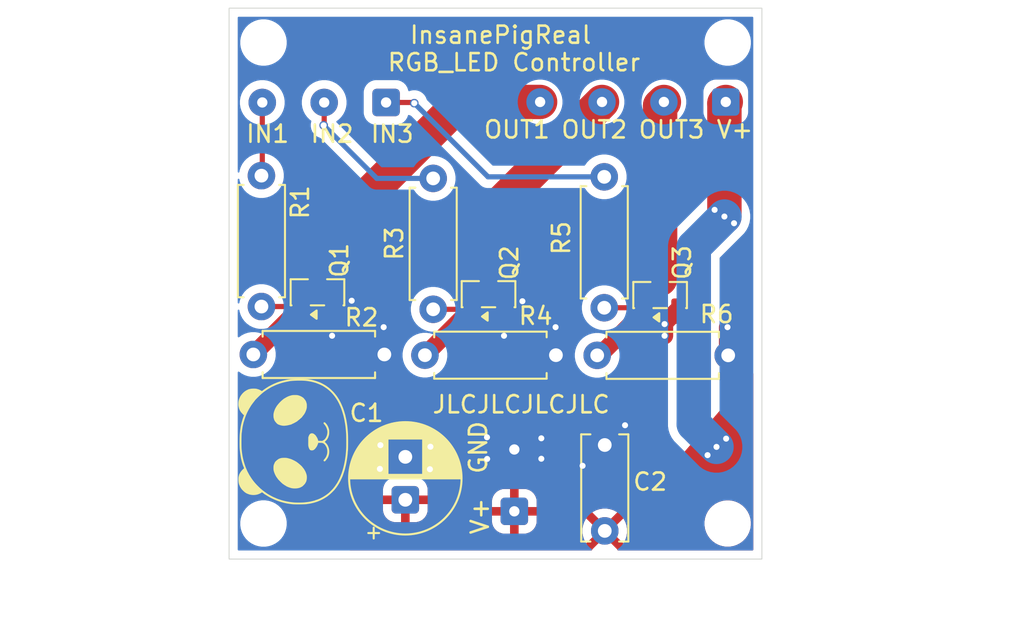
<source format=kicad_pcb>
(kicad_pcb (version 20241229) (generator "pcbnew") (generator_version "9.0")
  (layers (0 "F.Cu" signal) (2 "B.Cu" signal) (13 "F.Paste" user) (15 "B.Paste" user) (5 "F.SilkS" user "F.Silkscreen") (7 "B.SilkS" user "B.Silkscreen") (1 "F.Mask" user) (3 "B.Mask" user) (25 "Edge.Cuts" user))
  (net 0 "")
  (net 1 "GND")
  (net 2 "+24V")
  (net 3 "Net-(J2-Pin_1)")
  (net 4 "Net-(J1-Pin_4)")
  (net 5 "Net-(Q1-G)")
  (net 6 "Net-(J1-Pin_3)")
  (net 7 "Net-(J1-Pin_2)")
  (net 8 "Net-(J2-Pin_3)")
  (net 9 "Net-(J2-Pin_2)")
  (net 10 "Net-(Q2-G)")
  (net 11 "Net-(Q3-G)")
  (footprint "Connector_Wire:SolderWire-0.1sqmm_1x02_P3.6mm_D0.4mm_OD1mm" (layer "F.Cu") (at 141.1 138.72 90)
    (property "Reference" "V+" (at -0.28 -2 90) (layer "F.SilkS"))
    (property "Value" "Conn_01x02_Pin")
    (pad "1" thru_hole roundrect (at 0 0 90) (size 1.6 1.6) (drill 0.6) (layers "*.Cu" "*.Mask") (roundrect_rratio 0.15625) (net 2 "+24V"))
    (pad "2" thru_hole circle (at 3.6 0 90) (size 1.6 1.6) (drill 0.6) (layers "*.Cu" "*.Mask") (net 1 "GND"))
  )
  (footprint "Resistor_THT:R_Axial_DIN0207_L6.3mm_D2.5mm_P7.62mm_Horizontal" (layer "F.Cu") (at 136.38 119.34 -90)
    (property "Reference" "R3" (at 3.79 2.26 90) (layer "F.SilkS"))
    (property "Value" "100R")
    (pad "1" thru_hole circle (at 0 0 270) (size 1.6 1.6) (drill 0.8) (layers "*.Cu" "*.Mask") (net 9 "Net-(J2-Pin_2)"))
    (pad "2" thru_hole circle (at 7.62 0 270) (size 1.6 1.6) (drill 0.8) (layers "*.Cu" "*.Mask") (net 10 "Net-(Q2-G)"))
  )
  (footprint "MountingHole:MountingHole_2.2mm_M2" (layer "F.Cu") (at 153.51 111.43)
    (property "Reference" "H1" (hide yes))
    (property "Value" "MountingHole")
    (pad "" np_thru_hole circle (at 0 0) (size 2.2 2.2) (drill 2.2) (layers "*.Cu" "*.Mask"))
  )
  (footprint "Connector_Wire:SolderWire-0.1sqmm_1x04_P3.6mm_D0.4mm_OD1mm" (layer "F.Cu") (at 153.4 114.89 180)
    (property "Reference" "V+" (at -0.53 -1.61 0) (layer "F.SilkS"))
    (property "Value" "Conn_01x04_Pin")
    (pad "1" thru_hole roundrect (at 0 0 180) (size 1.6 1.6) (drill 0.6) (layers "*.Cu" "*.Mask") (roundrect_rratio 0.15625) (net 2 "+24V"))
    (pad "2" thru_hole circle (at 3.6 0 180) (size 1.6 1.6) (drill 0.6) (layers "*.Cu" "*.Mask") (net 7 "Net-(J1-Pin_2)"))
    (pad "3" thru_hole circle (at 7.2 0 180) (size 1.6 1.6) (drill 0.6) (layers "*.Cu" "*.Mask") (net 6 "Net-(J1-Pin_3)"))
    (pad "4" thru_hole circle (at 10.8 0 180) (size 1.6 1.6) (drill 0.6) (layers "*.Cu" "*.Mask") (net 4 "Net-(J1-Pin_4)"))
  )
  (footprint "Capacitor_THT:CP_Radial_D6.3mm_P2.50mm" (layer "F.Cu") (at 134.76 138.05 90)
    (property "Reference" "C1" (at 5.05 -2.26 0) (layer "F.SilkS"))
    (property "Value" "100uf")
    (pad "1" thru_hole roundrect (at 0 0 90) (size 1.6 1.6) (drill 0.8) (layers "*.Cu" "*.Mask") (roundrect_rratio 0.15625) (net 2 "+24V"))
    (pad "2" thru_hole circle (at 2.5 0 90) (size 1.6 1.6) (drill 0.8) (layers "*.Cu" "*.Mask") (net 1 "GND"))
  )
  (footprint "Package_TO_SOT_SMD:SOT-23" (layer "F.Cu") (at 129.65 125.97 90)
    (property "Reference" "Q1" (at 1.86 1.27 90) (layer "F.SilkS"))
    (property "Value" "IRLML6344")
    (pad "1" smd roundrect (at -0.9375 -0.95 90) (size 1.475 0.6) (layers "F.Cu" "F.Mask" "F.Paste") (net 5 "Net-(Q1-G)"))
    (pad "2" smd roundrect (at -0.9375 0.95 90) (size 1.475 0.6) (layers "F.Cu" "F.Mask" "F.Paste") (net 1 "GND"))
    (pad "3" smd roundrect (at 0.9375 0 90) (size 1.475 0.6) (layers "F.Cu" "F.Mask" "F.Paste") (net 4 "Net-(J1-Pin_4)"))
  )
  (footprint "Resistor_THT:R_Axial_DIN0207_L6.3mm_D2.5mm_P7.62mm_Horizontal" (layer "F.Cu") (at 145.92 129.64)
    (property "Reference" "R6" (at 6.95 -2.39 0) (layer "F.SilkS"))
    (property "Value" "100K")
    (pad "1" thru_hole circle (at 0 0) (size 1.6 1.6) (drill 0.8) (layers "*.Cu" "*.Mask") (net 11 "Net-(Q3-G)"))
    (pad "2" thru_hole circle (at 7.62 0) (size 1.6 1.6) (drill 0.8) (layers "*.Cu" "*.Mask") (net 1 "GND"))
  )
  (footprint "Resistor_THT:R_Axial_DIN0207_L6.3mm_D2.5mm_P7.62mm_Horizontal" (layer "F.Cu") (at 135.9 129.63)
    (property "Reference" "R4" (at 6.44 -2.28 0) (layer "F.SilkS"))
    (property "Value" "100K")
    (pad "1" thru_hole circle (at 0 0) (size 1.6 1.6) (drill 0.8) (layers "*.Cu" "*.Mask") (net 10 "Net-(Q2-G)"))
    (pad "2" thru_hole circle (at 7.62 0) (size 1.6 1.6) (drill 0.8) (layers "*.Cu" "*.Mask") (net 1 "GND"))
  )
  (footprint "Connector_Wire:SolderWire-0.1sqmm_1x03_P3.6mm_D0.4mm_OD1mm" (layer "F.Cu") (at 133.64 114.92 180)
    (property "Reference" "J2" (hide yes))
    (property "Value" "Conn_01x03_Pin")
    (pad "1" thru_hole roundrect (at 0 0 180) (size 1.6 1.6) (drill 0.6) (layers "*.Cu" "*.Mask") (roundrect_rratio 0.15625) (net 3 "Net-(J2-Pin_1)"))
    (pad "2" thru_hole circle (at 3.6 0 180) (size 1.6 1.6) (drill 0.6) (layers "*.Cu" "*.Mask") (net 9 "Net-(J2-Pin_2)"))
    (pad "3" thru_hole circle (at 7.2 0 180) (size 1.6 1.6) (drill 0.6) (layers "*.Cu" "*.Mask") (net 8 "Net-(J2-Pin_3)"))
  )
  (footprint "Resistor_THT:R_Axial_DIN0207_L6.3mm_D2.5mm_P7.62mm_Horizontal" (layer "F.Cu") (at 126.39 119.18 -90)
    (property "Reference" "R1" (at 1.55 -2.25 90) (layer "F.SilkS"))
    (property "Value" "100R")
    (pad "1" thru_hole circle (at 0 0 270) (size 1.6 1.6) (drill 0.8) (layers "*.Cu" "*.Mask") (net 8 "Net-(J2-Pin_3)"))
    (pad "2" thru_hole circle (at 7.62 0 270) (size 1.6 1.6) (drill 0.8) (layers "*.Cu" "*.Mask") (net 5 "Net-(Q1-G)"))
  )
  (footprint "MountingHole:MountingHole_2.2mm_M2" (layer "F.Cu") (at 126.51 139.43)
    (property "Reference" "H1" (hide yes))
    (property "Value" "MountingHole")
    (pad "" np_thru_hole circle (at 0 0) (size 2.2 2.2) (drill 2.2) (layers "*.Cu" "*.Mask"))
  )
  (footprint "MountingHole:MountingHole_2.2mm_M2" (layer "F.Cu") (at 126.51 111.43)
    (property "Reference" "H1" (hide yes))
    (property "Value" "MountingHole")
    (pad "" np_thru_hole circle (at 0 0) (size 2.2 2.2) (drill 2.2) (layers "*.Cu" "*.Mask"))
  )
  (footprint "LOGO" (layer "F.Cu") (at 128.082701 134.672617 90)
    (property "Reference" "G***" (hide yes))
    (property "Value" "LOGO" (hide yes))
  )
  (footprint "Resistor_THT:R_Axial_DIN0207_L6.3mm_D2.5mm_P7.62mm_Horizontal" (layer "F.Cu") (at 125.92 129.59)
    (property "Reference" "R2" (at 6.29 -2.15 0) (layer "F.SilkS"))
    (property "Value" "100K")
    (pad "1" thru_hole circle (at 0 0) (size 1.6 1.6) (drill 0.8) (layers "*.Cu" "*.Mask") (net 5 "Net-(Q1-G)"))
    (pad "2" thru_hole circle (at 7.62 0) (size 1.6 1.6) (drill 0.8) (layers "*.Cu" "*.Mask") (net 1 "GND"))
  )
  (footprint "Capacitor_THT:C_Disc_D6.0mm_W2.5mm_P5.00mm" (layer "F.Cu") (at 146.36 139.86 90)
    (property "Reference" "C2" (at 2.86 2.64 0) (layer "F.SilkS"))
    (property "Value" "100nf")
    (pad "1" thru_hole circle (at 0 0 90) (size 1.6 1.6) (drill 0.8) (layers "*.Cu" "*.Mask") (net 2 "+24V"))
    (pad "2" thru_hole circle (at 5 0 90) (size 1.6 1.6) (drill 0.8) (layers "*.Cu" "*.Mask") (net 1 "GND"))
  )
  (footprint "Resistor_THT:R_Axial_DIN0207_L6.3mm_D2.5mm_P7.62mm_Horizontal" (layer "F.Cu") (at 146.33 119.25 -90)
    (property "Reference" "R5" (at 3.56 2.5 90) (layer "F.SilkS"))
    (property "Value" "100R")
    (pad "1" thru_hole circle (at 0 0 270) (size 1.6 1.6) (drill 0.8) (layers "*.Cu" "*.Mask") (net 3 "Net-(J2-Pin_1)"))
    (pad "2" thru_hole circle (at 7.62 0 270) (size 1.6 1.6) (drill 0.8) (layers "*.Cu" "*.Mask") (net 11 "Net-(Q3-G)"))
  )
  (footprint "Package_TO_SOT_SMD:SOT-23" (layer "F.Cu") (at 139.6 126.08 90)
    (property "Reference" "Q2" (at 1.83 1.21 90) (layer "F.SilkS"))
    (property "Value" "IRLML6344")
    (pad "1" smd roundrect (at -0.9375 -0.95 90) (size 1.475 0.6) (layers "F.Cu" "F.Mask" "F.Paste") (net 10 "Net-(Q2-G)"))
    (pad "2" smd roundrect (at -0.9375 0.95 90) (size 1.475 0.6) (layers "F.Cu" "F.Mask" "F.Paste") (net 1 "GND"))
    (pad "3" smd roundrect (at 0.9375 0 90) (size 1.475 0.6) (layers "F.Cu" "F.Mask" "F.Paste") (net 6 "Net-(J1-Pin_3)"))
  )
  (footprint "MountingHole:MountingHole_2.2mm_M2" (layer "F.Cu") (at 153.51 139.43)
    (property "Reference" "H1" (hide yes))
    (property "Value" "MountingHole")
    (pad "" np_thru_hole circle (at 0 0) (size 2.2 2.2) (drill 2.2) (layers "*.Cu" "*.Mask"))
  )
  (footprint "Package_TO_SOT_SMD:SOT-23" (layer "F.Cu") (at 149.58 126.13 90)
    (property "Reference" "Q3" (at 1.8975 1.28 90) (layer "F.SilkS"))
    (property "Value" "IRLML6344")
    (pad "1" smd roundrect (at -0.9375 -0.95 90) (size 1.475 0.6) (layers "F.Cu" "F.Mask" "F.Paste") (net 11 "Net-(Q3-G)"))
    (pad "2" smd roundrect (at -0.9375 0.95 90) (size 1.475 0.6) (layers "F.Cu" "F.Mask" "F.Paste") (net 1 "GND"))
    (pad "3" smd roundrect (at 0.9375 0 90) (size 1.475 0.6) (layers "F.Cu" "F.Mask" "F.Paste") (net 7 "Net-(J1-Pin_2)"))
  )
  (gr_rect (start 124.51 109.43) (end 155.5 141.5) (stroke (width 0.05)) (fill no) (layer "Edge.Cuts"))
  (gr_text "GND" (at 139 135 90) (layer "F.SilkS") (effects (font (size 1 1))))
  (gr_text "JLCJLCJLCJLC" (at 141.5 132.5 0) (layer "F.SilkS") (effects (font (size 1 1))))
  (gr_text "RGB_LED Controller" (at 141.08 112.59 0) (layer "F.SilkS") (effects (font (size 1 1))))
  (gr_text "OUT2" (at 145.75 116.5 0) (layer "F.SilkS") (effects (font (size 1 1))))
  (gr_text "IN3\n" (at 134 116.75 0) (layer "F.SilkS") (effects (font (size 1 1))))
  (gr_text "IN1\n" (at 126.75 116.75 0) (layer "F.SilkS") (effects (font (size 1 1))))
  (gr_text "IN2\n" (at 130.5 116.75 0) (layer "F.SilkS") (effects (font (size 1 1))))
  (gr_text "OUT1" (at 141.25 116.5 0) (layer "F.SilkS") (effects (font (size 1 1))))
  (gr_text "InsanePigReal" (at 140.3 110.99 0) (layer "F.SilkS") (effects (font (size 1 1))))
  (gr_text "OUT3\n" (at 150.25 116.5 0) (layer "F.SilkS") (effects (font (size 1 1))))
  (segment (start 140.5 127.0675) (end 140.55 127.0175) (width 1) (layer "F.Cu") (net 1))
  (segment (start 143.5 128) (end 143.5 129.61) (width 1) (layer "F.Cu") (net 1))
  (segment (start 149.839 127.82) (end 149.839 127.7585) (width 1) (layer "F.Cu") (net 1))
  (segment (start 153.5 128) (end 153.5 129.6) (width 1) (layer "F.Cu") (net 1))
  (segment (start 149.839 127.7585) (end 150.53 127.0675) (width 1) (layer "F.Cu") (net 1))
  (segment (start 141.57 126.49) (end 141.0775 126.49) (width 1) (layer "F.Cu") (net 1))
  (segment (start 130.6 126.9075) (end 130.6 128.4) (width 1) (layer "F.Cu") (net 1))
  (segment (start 131.64 126.46) (end 131.0475 126.46) (width 1) (layer "F.Cu") (net 1))
  (segment (start 153.5 129.6) (end 153.54 129.64) (width 1) (layer "F.Cu") (net 1))
  (segment (start 149.839 128.5) (end 149.839 127.82) (width 1) (layer "F.Cu") (net 1))
  (segment (start 133.54 129.59) (end 133.54 128.04) (width 1) (layer "F.Cu") (net 1))
  (segment (start 143.5 129.61) (end 143.52 129.63) (width 1) (layer "F.Cu") (net 1))
  (segment (start 140.5 128.5) (end 140.5 127.0675) (width 1) (layer "F.Cu") (net 1))
  (segment (start 141.0775 126.49) (end 140.55 127.0175) (width 1) (layer "F.Cu") (net 1))
  (segment (start 131.0475 126.46) (end 130.6 126.9075) (width 1) (layer "F.Cu") (net 1))
  (segment (start 133.54 128.04) (end 133.5 128) (width 1) (layer "F.Cu") (net 1))
  (segment (start 130.6 128.4) (end 130.5 128.5) (width 1) (layer "F.Cu") (net 1))
  (via (at 141.57 126.49) (size 0.5) (drill 0.35) (layers "F.Cu" "B.Cu") (net 1))
  (via (at 136.22 134.96) (size 0.5) (drill 0.35) (layers "F.Cu" "B.Cu") (net 1))
  (via (at 143.5 128) (size 0.5) (drill 0.35) (layers "F.Cu" "B.Cu") (net 1))
  (via (at 136.19 136.27) (size 0.5) (drill 0.35) (layers "F.Cu" "B.Cu") (net 1))
  (via (at 140.5 128.5) (size 0.5) (drill 0.35) (layers "F.Cu" "B.Cu") (net 1))
  (via (at 133.5 128) (size 0.5) (drill 0.35) (layers "F.Cu" "B.Cu") (net 1))
  (via (at 142.67 134.47) (size 0.5) (drill 0.35) (layers "F.Cu" "B.Cu") (net 1))
  (via (at 149.839 127.82) (size 0.5) (drill 0.35) (layers "F.Cu" "B.Cu") (net 1))
  (via (at 130.5 128.5) (size 0.5) (drill 0.35) (layers "F.Cu" "B.Cu") (net 1))
  (via (at 147.54 133.71) (size 0.5) (drill 0.35) (layers "F.Cu" "B.Cu") (net 1))
  (via (at 142.67 135.66) (size 0.5) (drill 0.35) (layers "F.Cu" "B.Cu") (net 1))
  (via (at 153.5 128) (size 0.5) (drill 0.35) (layers "F.Cu" "B.Cu") (net 1))
  (via (at 139.51 134.41) (size 0.5) (drill 0.35) (layers "F.Cu" "B.Cu") (net 1))
  (via (at 139.52 135.67) (size 0.5) (drill 0.35) (layers "F.Cu" "B.Cu") (net 1))
  (via (at 131.64 126.46) (size 0.5) (drill 0.35) (layers "F.Cu" "B.Cu") (net 1))
  (via (at 149.839 128.5) (size 0.5) (drill 0.35) (layers "F.Cu" "B.Cu") (net 1))
  (via (at 133.31 134.87) (size 0.5) (drill 0.35) (layers "F.Cu" "B.Cu") (net 1))
  (via (at 133.28 136.25) (size 0.5) (drill 0.35) (layers "F.Cu" "B.Cu") (net 1))
  (via (at 145.07 136.07) (size 0.5) (drill 0.35) (layers "F.Cu" "B.Cu") (net 1))
  (segment (start 153.32 114.97) (end 153.4 114.89) (width 2) (layer "F.Cu") (net 2))
  (segment (start 153.32 121.56) (end 153.32 114.97) (width 2) (layer "F.Cu") (net 2))
  (via (at 152.75 121.17) (size 0.5) (drill 0.35) (layers "F.Cu" "B.Cu") (net 2))
  (via (at 153.42 134.49) (size 0.5) (drill 0.35) (layers "F.Cu" "B.Cu") (net 2))
  (via (at 153.32 121.56) (size 0.5) (drill 0.35) (layers "F.Cu" "B.Cu") (net 2))
  (via (at 152.34 135.45) (size 0.5) (drill 0.35) (layers "F.Cu" "B.Cu") (net 2))
  (via (at 152.86 134.97) (size 0.5) (drill 0.35) (layers "F.Cu" "B.Cu") (net 2))
  (via (at 153.88 121.95) (size 0.5) (drill 0.35) (layers "F.Cu" "B.Cu") (net 2))
  (segment (start 151.539 123.341) (end 151.539 133.649) (width 2) (layer "B.Cu") (net 2))
  (segment (start 153.32 121.56) (end 151.539 123.341) (width 2) (layer "B.Cu") (net 2))
  (segment (start 151.539 133.649) (end 152.86 134.97) (width 2) (layer "B.Cu") (net 2))
  (segment (start 146.06 119.52) (end 146.33 119.25) (width 0.3) (layer "F.Cu") (net 3))
  (segment (start 133.64 114.92) (end 135.24 114.92) (width 0.3) (layer "F.Cu") (net 3))
  (segment (start 135.24 114.92) (end 135.28 114.96) (width 0.3) (layer "F.Cu") (net 3))
  (via (at 135.28 114.96) (size 0.5) (drill 0.35) (layers "F.Cu" "B.Cu") (net 3))
  (segment (start 139.57 119.25) (end 146.33 119.25) (width 0.3) (layer "B.Cu") (net 3))
  (segment (start 135.28 114.96) (end 139.57 119.25) (width 0.3) (layer "B.Cu") (net 3))
  (segment (start 142.6 114.89) (end 138.000158 114.89) (width 2) (layer "F.Cu") (net 4))
  (segment (start 138.000158 114.89) (end 129.65 123.240158) (width 2) (layer "F.Cu") (net 4))
  (segment (start 129.65 123.240158) (end 129.65 125.0325) (width 2) (layer "F.Cu") (net 4))
  (segment (start 128.5925 126.8) (end 128.7 126.9075) (width 0.3) (layer "F.Cu") (net 5))
  (segment (start 128.6025 126.9075) (end 128.7 126.9075) (width 0.3) (layer "F.Cu") (net 5))
  (segment (start 126.39 126.8) (end 128.5925 126.8) (width 0.3) (layer "F.Cu") (net 5))
  (segment (start 125.92 129.59) (end 128.6025 126.9075) (width 1) (layer "F.Cu") (net 5))
  (segment (start 139.6 121.49) (end 146.2 114.89) (width 2) (layer "F.Cu") (net 6))
  (segment (start 139.6 125.1425) (end 139.6 121.49) (width 2) (layer "F.Cu") (net 6))
  (segment (start 149.58 115.11) (end 149.8 114.89) (width 2) (layer "F.Cu") (net 7))
  (segment (start 149.58 125.1925) (end 149.58 115.11) (width 2) (layer "F.Cu") (net 7))
  (segment (start 126.35 119.14) (end 126.39 119.18) (width 0.3) (layer "F.Cu") (net 8))
  (segment (start 126.44 119.13) (end 126.39 119.18) (width 0.3) (layer "F.Cu") (net 8))
  (segment (start 126.37 114.93) (end 126.8 114.5) (width 0.3) (layer "F.Cu") (net 8))
  (segment (start 126.44 114.92) (end 126.44 119.13) (width 0.3) (layer "F.Cu") (net 8))
  (segment (start 126.39 114.91) (end 126.8 114.5) (width 0.3) (layer "F.Cu") (net 8))
  (segment (start 130.04 116.22) (end 130.01 116.25) (width 0.3) (layer "F.Cu") (net 9))
  (segment (start 136.16 119.56) (end 136.38 119.34) (width 0.3) (layer "F.Cu") (net 9))
  (segment (start 130.04 114.92) (end 130.04 116.22) (width 0.3) (layer "F.Cu") (net 9))
  (via (at 130.01 116.25) (size 0.5) (drill 0.35) (layers "F.Cu" "B.Cu") (net 9))
  (segment (start 133.1 119.34) (end 136.38 119.34) (width 0.3) (layer "B.Cu") (net 9))
  (segment (start 130.01 116.25) (end 133.1 119.34) (width 0.3) (layer "B.Cu") (net 9))
  (segment (start 138.65 127.0175) (end 138.5125 127.0175) (width 0.3) (layer "F.Cu") (net 10))
  (segment (start 136.38 126.96) (end 138.5925 126.96) (width 0.3) (layer "F.Cu") (net 10))
  (segment (start 138.5925 126.96) (end 138.65 127.0175) (width 0.3) (layer "F.Cu") (net 10))
  (segment (start 138.5125 127.0175) (end 135.9 129.63) (width 1) (layer "F.Cu") (net 10))
  (segment (start 146.0575 129.64) (end 148.63 127.0675) (width 1) (layer "F.Cu") (net 11))
  (segment (start 148.4325 126.87) (end 148.63 127.0675) (width 0.3) (layer "F.Cu") (net 11))
  (segment (start 146.33 129.23) (end 145.92 129.64) (width 0.3) (layer "F.Cu") (net 11))
  (segment (start 146.33 126.87) (end 148.4325 126.87) (width 0.3) (layer "F.Cu") (net 11))
  (segment (start 145.92 129.64) (end 146.0575 129.64) (width 0.3) (layer "F.Cu") (net 11))
  (zone (net 2) (net_name "+24V") (layer "F.Cu") (priority 2) (connect_pads (clearance 0.25)) (min_thickness 0.1) (fill yes (thermal_gap 0.5) (thermal_bridge_width 0.5))
    (polygon (pts (xy 131.57 137.08) (xy 131.5 142.36) (xy 155.69 141.95) (xy 155.75 132) (xy 155.5 130) (xy 149.5 137)))
  )
  (zone (net 1) (net_name "GND") (layer "F.Cu") (priority 3) (connect_pads (clearance 0.25)) (min_thickness 0.1) (fill yes (thermal_gap 0.5) (thermal_bridge_width 0.5))
    (polygon (pts (xy 148.5 136.5) (xy 131.6 136.53) (xy 131.5 133) (xy 148.5 133)))
  )
  (zone (net 1) (net_name "GND") (layer "B.Cu") (connect_pads yes (clearance 0.5)) (min_thickness 0.1) (fill yes (thermal_gap 0.5) (thermal_bridge_width 0.5))
    (polygon (pts (xy 170.76 109.07) (xy 116.76 109.07) (xy 115.99 146.19) (xy 169.99 146.19)))
  )
)
</source>
